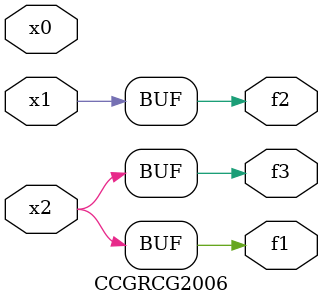
<source format=v>
module CCGRCG2006(
	input x0, x1, x2,
	output f1, f2, f3
);
	assign f1 = x2;
	assign f2 = x1;
	assign f3 = x2;
endmodule

</source>
